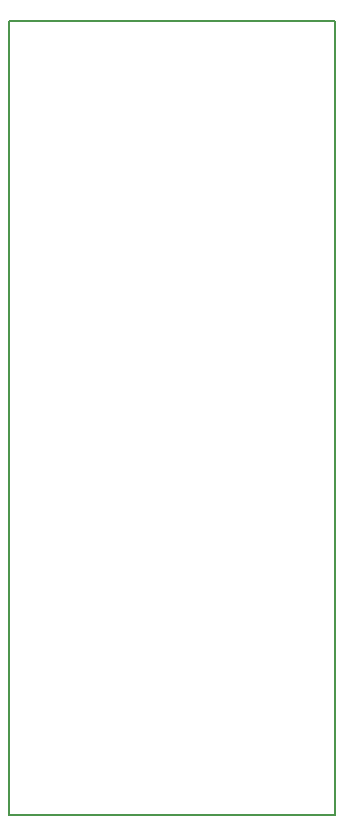
<source format=gbr>
G04 #@! TF.GenerationSoftware,KiCad,Pcbnew,(5.0.0)*
G04 #@! TF.CreationDate,2019-10-27T09:20:16+11:00*
G04 #@! TF.ProjectId,Kineses_Board,4B696E657365735F426F6172642E6B69,rev?*
G04 #@! TF.SameCoordinates,Original*
G04 #@! TF.FileFunction,Profile,NP*
%FSLAX46Y46*%
G04 Gerber Fmt 4.6, Leading zero omitted, Abs format (unit mm)*
G04 Created by KiCad (PCBNEW (5.0.0)) date 10/27/19 09:20:16*
%MOMM*%
%LPD*%
G01*
G04 APERTURE LIST*
%ADD10C,0.150000*%
G04 APERTURE END LIST*
D10*
X161640000Y-119020000D02*
X161630000Y-51780000D01*
X134070000Y-119040000D02*
X161640000Y-119020000D01*
X134060000Y-51770000D02*
X134070000Y-119040000D01*
X161630000Y-51780000D02*
X134060000Y-51770000D01*
M02*

</source>
